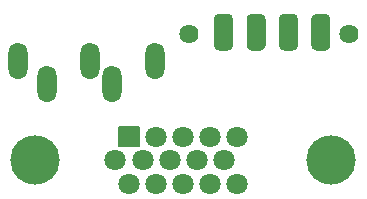
<source format=gbr>
G04 #@! TF.GenerationSoftware,KiCad,Pcbnew,(5.1.10-1-10_14)*
G04 #@! TF.CreationDate,2021-11-15T14:12:15-05:00*
G04 #@! TF.ProjectId,8DIN2VGA_New,3844494e-3256-4474-915f-4e65772e6b69,1*
G04 #@! TF.SameCoordinates,Original*
G04 #@! TF.FileFunction,Soldermask,Bot*
G04 #@! TF.FilePolarity,Negative*
%FSLAX46Y46*%
G04 Gerber Fmt 4.6, Leading zero omitted, Abs format (unit mm)*
G04 Created by KiCad (PCBNEW (5.1.10-1-10_14)) date 2021-11-15 14:12:15*
%MOMM*%
%LPD*%
G01*
G04 APERTURE LIST*
%ADD10C,1.625600*%
%ADD11O,1.609600X3.117600*%
%ADD12C,1.801600*%
%ADD13C,4.167600*%
G04 APERTURE END LIST*
D10*
X140322928Y-92920000D03*
X153812928Y-92920000D03*
G36*
G01*
X150642128Y-93890400D02*
X150642128Y-91589600D01*
G75*
G02*
X151042528Y-91189200I400400J0D01*
G01*
X151843328Y-91189200D01*
G75*
G02*
X152243728Y-91589600I0J-400400D01*
G01*
X152243728Y-93890400D01*
G75*
G02*
X151843328Y-94290800I-400400J0D01*
G01*
X151042528Y-94290800D01*
G75*
G02*
X150642128Y-93890400I0J400400D01*
G01*
G37*
G36*
G01*
X142402128Y-93890400D02*
X142402128Y-91589600D01*
G75*
G02*
X142802528Y-91189200I400400J0D01*
G01*
X143603328Y-91189200D01*
G75*
G02*
X144003728Y-91589600I0J-400400D01*
G01*
X144003728Y-93890400D01*
G75*
G02*
X143603328Y-94290800I-400400J0D01*
G01*
X142802528Y-94290800D01*
G75*
G02*
X142402128Y-93890400I0J400400D01*
G01*
G37*
G36*
G01*
X147902128Y-93890400D02*
X147902128Y-91589600D01*
G75*
G02*
X148302528Y-91189200I400400J0D01*
G01*
X149103328Y-91189200D01*
G75*
G02*
X149503728Y-91589600I0J-400400D01*
G01*
X149503728Y-93890400D01*
G75*
G02*
X149103328Y-94290800I-400400J0D01*
G01*
X148302528Y-94290800D01*
G75*
G02*
X147902128Y-93890400I0J400400D01*
G01*
G37*
G36*
G01*
X145162128Y-93890400D02*
X145162128Y-91589600D01*
G75*
G02*
X145562528Y-91189200I400400J0D01*
G01*
X146363328Y-91189200D01*
G75*
G02*
X146763728Y-91589600I0J-400400D01*
G01*
X146763728Y-93890400D01*
G75*
G02*
X146363328Y-94290800I-400400J0D01*
G01*
X145562528Y-94290800D01*
G75*
G02*
X145162128Y-93890400I0J400400D01*
G01*
G37*
D11*
X125830000Y-95160000D03*
X128230000Y-97160000D03*
X131930000Y-95160000D03*
X133730000Y-97160000D03*
X137430000Y-95160000D03*
D12*
X144365000Y-105560000D03*
X142075000Y-105560000D03*
X139785000Y-105560000D03*
X137495000Y-105560000D03*
X135205000Y-105560000D03*
X143220000Y-103580000D03*
X140930000Y-103580000D03*
X138640000Y-103580000D03*
X136350000Y-103580000D03*
X134060000Y-103580000D03*
X144365000Y-101600000D03*
X142075000Y-101600000D03*
X139785000Y-101600000D03*
X137495000Y-101600000D03*
D13*
X152280000Y-103580000D03*
X127290000Y-103580000D03*
G36*
G01*
X134304200Y-102450000D02*
X134304200Y-100750000D01*
G75*
G02*
X134355000Y-100699200I50800J0D01*
G01*
X136055000Y-100699200D01*
G75*
G02*
X136105800Y-100750000I0J-50800D01*
G01*
X136105800Y-102450000D01*
G75*
G02*
X136055000Y-102500800I-50800J0D01*
G01*
X134355000Y-102500800D01*
G75*
G02*
X134304200Y-102450000I0J50800D01*
G01*
G37*
M02*

</source>
